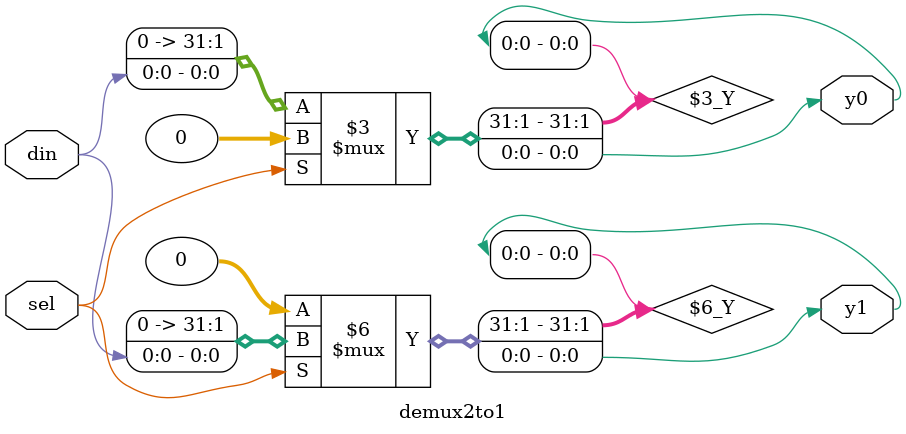
<source format=sv>
module demux2to1(
  input wire din,
  input wire sel,
  output wire y0,
  output wire y1);
  assign y0= (sel==0)? din:0;
  assign y1= (sel==1)? din:0;
endmodule

</source>
